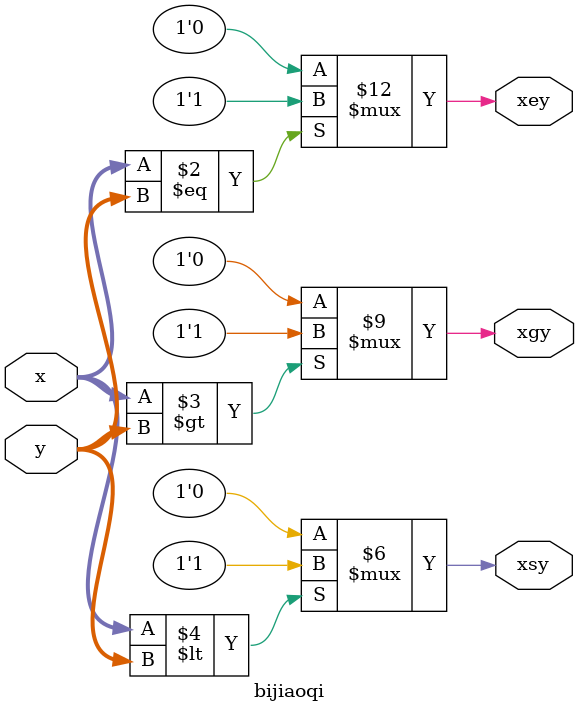
<source format=v>
`timescale 1ns / 1ps
module bijiaoqi(
x,y,xgy,xsy,xey
    );
input[3:0] x,y;
output xgy,xsy,xey;
reg xgy,xsy,xey;

always@(x or y)
    begin
	     if(x==y)
		      xey=1;
		  else xey=0;
		  
		  if(x>y)
		      xgy=1;
		  else xgy =0;
		  
		  if(x<y)
		      xsy =1;
		  else xsy = 0;
	 end
endmodule

</source>
